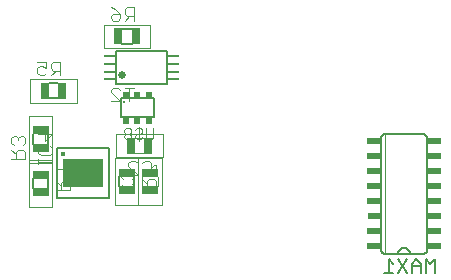
<source format=gbo>
G75*
%MOIN*%
%OFA0B0*%
%FSLAX25Y25*%
%IPPOS*%
%LPD*%
%AMOC8*
5,1,8,0,0,1.08239X$1,22.5*
%
%ADD10C,0.00600*%
%ADD11C,0.00200*%
%ADD12C,0.00500*%
%ADD13R,0.04500X0.02000*%
%ADD14R,0.13386X0.09449*%
%ADD15C,0.01761*%
%ADD16C,0.00400*%
%ADD17C,0.00800*%
%ADD18C,0.02559*%
%ADD19R,0.03937X0.00984*%
%ADD20R,0.05512X0.02559*%
%ADD21R,0.02559X0.05512*%
%ADD22C,0.00787*%
%ADD23R,0.01969X0.02362*%
%ADD24R,0.02953X0.05709*%
%ADD25R,0.05709X0.02953*%
D10*
X0241398Y0085099D02*
X0241398Y0122099D01*
X0241400Y0122175D01*
X0241406Y0122251D01*
X0241415Y0122326D01*
X0241429Y0122401D01*
X0241446Y0122475D01*
X0241467Y0122548D01*
X0241491Y0122620D01*
X0241520Y0122691D01*
X0241551Y0122760D01*
X0241586Y0122827D01*
X0241625Y0122892D01*
X0241667Y0122956D01*
X0241712Y0123017D01*
X0241760Y0123076D01*
X0241811Y0123132D01*
X0241865Y0123186D01*
X0241921Y0123237D01*
X0241980Y0123285D01*
X0242041Y0123330D01*
X0242105Y0123372D01*
X0242170Y0123411D01*
X0242237Y0123446D01*
X0242306Y0123477D01*
X0242377Y0123506D01*
X0242449Y0123530D01*
X0242522Y0123551D01*
X0242596Y0123568D01*
X0242671Y0123582D01*
X0242746Y0123591D01*
X0242822Y0123597D01*
X0242898Y0123599D01*
X0255298Y0123599D01*
X0255374Y0123597D01*
X0255450Y0123591D01*
X0255525Y0123582D01*
X0255600Y0123568D01*
X0255674Y0123551D01*
X0255747Y0123530D01*
X0255819Y0123506D01*
X0255890Y0123477D01*
X0255959Y0123446D01*
X0256026Y0123411D01*
X0256091Y0123372D01*
X0256155Y0123330D01*
X0256216Y0123285D01*
X0256275Y0123237D01*
X0256331Y0123186D01*
X0256385Y0123132D01*
X0256436Y0123076D01*
X0256484Y0123017D01*
X0256529Y0122956D01*
X0256571Y0122892D01*
X0256610Y0122827D01*
X0256645Y0122760D01*
X0256676Y0122691D01*
X0256705Y0122620D01*
X0256729Y0122548D01*
X0256750Y0122475D01*
X0256767Y0122401D01*
X0256781Y0122326D01*
X0256790Y0122251D01*
X0256796Y0122175D01*
X0256798Y0122099D01*
X0256798Y0085099D01*
X0256796Y0085023D01*
X0256790Y0084947D01*
X0256781Y0084872D01*
X0256767Y0084797D01*
X0256750Y0084723D01*
X0256729Y0084650D01*
X0256705Y0084578D01*
X0256676Y0084507D01*
X0256645Y0084438D01*
X0256610Y0084371D01*
X0256571Y0084306D01*
X0256529Y0084242D01*
X0256484Y0084181D01*
X0256436Y0084122D01*
X0256385Y0084066D01*
X0256331Y0084012D01*
X0256275Y0083961D01*
X0256216Y0083913D01*
X0256155Y0083868D01*
X0256091Y0083826D01*
X0256026Y0083787D01*
X0255959Y0083752D01*
X0255890Y0083721D01*
X0255819Y0083692D01*
X0255747Y0083668D01*
X0255674Y0083647D01*
X0255600Y0083630D01*
X0255525Y0083616D01*
X0255450Y0083607D01*
X0255374Y0083601D01*
X0255298Y0083599D01*
X0251098Y0083599D01*
X0247098Y0083599D01*
X0242898Y0083599D01*
X0242822Y0083601D01*
X0242746Y0083607D01*
X0242671Y0083616D01*
X0242596Y0083630D01*
X0242522Y0083647D01*
X0242449Y0083668D01*
X0242377Y0083692D01*
X0242306Y0083721D01*
X0242237Y0083752D01*
X0242170Y0083787D01*
X0242105Y0083826D01*
X0242041Y0083868D01*
X0241980Y0083913D01*
X0241921Y0083961D01*
X0241865Y0084012D01*
X0241811Y0084066D01*
X0241760Y0084122D01*
X0241712Y0084181D01*
X0241667Y0084242D01*
X0241625Y0084306D01*
X0241586Y0084371D01*
X0241551Y0084438D01*
X0241520Y0084507D01*
X0241491Y0084578D01*
X0241467Y0084650D01*
X0241446Y0084723D01*
X0241429Y0084797D01*
X0241415Y0084872D01*
X0241406Y0084947D01*
X0241400Y0085023D01*
X0241398Y0085099D01*
X0247098Y0083599D02*
X0247100Y0083687D01*
X0247106Y0083776D01*
X0247116Y0083864D01*
X0247129Y0083951D01*
X0247147Y0084038D01*
X0247168Y0084124D01*
X0247193Y0084209D01*
X0247222Y0084292D01*
X0247255Y0084375D01*
X0247291Y0084455D01*
X0247330Y0084534D01*
X0247373Y0084612D01*
X0247420Y0084687D01*
X0247470Y0084760D01*
X0247523Y0084831D01*
X0247579Y0084900D01*
X0247638Y0084966D01*
X0247700Y0085029D01*
X0247764Y0085089D01*
X0247831Y0085147D01*
X0247901Y0085201D01*
X0247973Y0085253D01*
X0248047Y0085301D01*
X0248124Y0085346D01*
X0248202Y0085387D01*
X0248282Y0085425D01*
X0248363Y0085459D01*
X0248446Y0085490D01*
X0248531Y0085517D01*
X0248616Y0085540D01*
X0248702Y0085559D01*
X0248790Y0085575D01*
X0248877Y0085587D01*
X0248965Y0085595D01*
X0249054Y0085599D01*
X0249142Y0085599D01*
X0249231Y0085595D01*
X0249319Y0085587D01*
X0249406Y0085575D01*
X0249494Y0085559D01*
X0249580Y0085540D01*
X0249665Y0085517D01*
X0249750Y0085490D01*
X0249833Y0085459D01*
X0249914Y0085425D01*
X0249994Y0085387D01*
X0250072Y0085346D01*
X0250149Y0085301D01*
X0250223Y0085253D01*
X0250295Y0085201D01*
X0250365Y0085147D01*
X0250432Y0085089D01*
X0250496Y0085029D01*
X0250558Y0084966D01*
X0250617Y0084900D01*
X0250673Y0084831D01*
X0250726Y0084760D01*
X0250776Y0084687D01*
X0250823Y0084612D01*
X0250866Y0084534D01*
X0250905Y0084455D01*
X0250941Y0084375D01*
X0250974Y0084292D01*
X0251003Y0084209D01*
X0251028Y0084124D01*
X0251049Y0084038D01*
X0251067Y0083951D01*
X0251080Y0083864D01*
X0251090Y0083776D01*
X0251096Y0083687D01*
X0251098Y0083599D01*
X0159198Y0106185D02*
X0159198Y0109413D01*
X0154198Y0109413D02*
X0154198Y0106185D01*
X0130498Y0105485D02*
X0130498Y0108713D01*
X0125498Y0108713D02*
X0125498Y0105485D01*
X0125498Y0120185D02*
X0125498Y0123413D01*
X0130498Y0123413D02*
X0130498Y0120185D01*
X0154596Y0129224D02*
X0165797Y0129224D01*
X0165797Y0135374D01*
X0154596Y0135374D01*
X0154596Y0129224D01*
X0133812Y0135399D02*
X0130584Y0135399D01*
X0130584Y0140399D02*
X0133812Y0140399D01*
X0155084Y0153599D02*
X0158312Y0153599D01*
X0158312Y0158599D02*
X0155084Y0158599D01*
D11*
X0148931Y0159969D02*
X0148931Y0152229D01*
X0164466Y0152229D01*
X0164466Y0159969D01*
X0148931Y0159969D01*
X0139966Y0141769D02*
X0124431Y0141769D01*
X0124431Y0134029D01*
X0139966Y0134029D01*
X0139966Y0141769D01*
X0131868Y0129567D02*
X0124128Y0129567D01*
X0124128Y0114031D01*
X0131868Y0114031D01*
X0131868Y0129567D01*
X0153131Y0123569D02*
X0153131Y0115829D01*
X0168666Y0115829D01*
X0168666Y0123569D01*
X0153131Y0123569D01*
X0152828Y0115567D02*
X0152828Y0100031D01*
X0160568Y0100031D01*
X0160568Y0115567D01*
X0152828Y0115567D01*
X0160528Y0115567D02*
X0168268Y0115567D01*
X0168268Y0100031D01*
X0160528Y0100031D01*
X0160528Y0115567D01*
X0131868Y0114867D02*
X0124128Y0114867D01*
X0124128Y0099331D01*
X0131868Y0099331D01*
X0131868Y0114867D01*
X0242798Y0123599D02*
X0242798Y0083599D01*
D12*
X0243951Y0081853D02*
X0243951Y0077349D01*
X0245452Y0077349D02*
X0242450Y0077349D01*
X0247054Y0077349D02*
X0250056Y0081853D01*
X0251658Y0080352D02*
X0251658Y0077349D01*
X0250056Y0077349D02*
X0247054Y0081853D01*
X0245452Y0080352D02*
X0243951Y0081853D01*
X0251658Y0080352D02*
X0253159Y0081853D01*
X0254660Y0080352D01*
X0254660Y0077349D01*
X0256261Y0077349D02*
X0256261Y0081853D01*
X0257763Y0080352D01*
X0259264Y0081853D01*
X0259264Y0077349D01*
X0254660Y0079601D02*
X0251658Y0079601D01*
X0150660Y0102331D02*
X0133337Y0102331D01*
X0133337Y0118867D01*
X0150660Y0118867D01*
X0150660Y0102331D01*
D13*
X0239148Y0086099D03*
X0239148Y0091099D03*
X0239248Y0096099D03*
X0239148Y0101099D03*
X0239148Y0106099D03*
X0239148Y0111099D03*
X0239148Y0116099D03*
X0239148Y0121099D03*
X0259048Y0121099D03*
X0259048Y0116099D03*
X0259048Y0111099D03*
X0259048Y0106099D03*
X0259048Y0101099D03*
X0259048Y0096099D03*
X0259048Y0091099D03*
X0259048Y0086099D03*
D14*
X0141998Y0110599D03*
D15*
X0135305Y0116898D03*
D16*
X0131802Y0117359D02*
X0131035Y0116591D01*
X0127966Y0116591D01*
X0127198Y0117359D01*
X0127198Y0118893D01*
X0127966Y0119661D01*
X0129500Y0121195D02*
X0131802Y0123497D01*
X0127198Y0123497D01*
X0129500Y0124265D02*
X0129500Y0121195D01*
X0131035Y0119661D02*
X0131802Y0118893D01*
X0131802Y0117359D01*
X0122802Y0117593D02*
X0122802Y0115291D01*
X0118198Y0115291D01*
X0119733Y0115291D02*
X0119733Y0117593D01*
X0120500Y0118361D01*
X0122035Y0118361D01*
X0122802Y0117593D01*
X0122035Y0119895D02*
X0122802Y0120663D01*
X0122802Y0122197D01*
X0122035Y0122965D01*
X0121268Y0122965D01*
X0120500Y0122197D01*
X0119733Y0122965D01*
X0118966Y0122965D01*
X0118198Y0122197D01*
X0118198Y0120663D01*
X0118966Y0119895D01*
X0118198Y0118361D02*
X0119733Y0116826D01*
X0127198Y0115057D02*
X0127198Y0113522D01*
X0127198Y0114289D02*
X0131802Y0114289D01*
X0131802Y0113522D02*
X0131802Y0115057D01*
X0133198Y0111705D02*
X0137802Y0111705D01*
X0135500Y0109403D01*
X0135500Y0112472D01*
X0135500Y0107868D02*
X0134733Y0107101D01*
X0134733Y0104799D01*
X0133198Y0104799D02*
X0137802Y0104799D01*
X0137802Y0107101D01*
X0137035Y0107868D01*
X0135500Y0107868D01*
X0134733Y0106334D02*
X0133198Y0107868D01*
X0154598Y0109163D02*
X0155366Y0108395D01*
X0154598Y0109163D02*
X0154598Y0110697D01*
X0155366Y0111465D01*
X0156133Y0111465D01*
X0156900Y0110697D01*
X0156900Y0109930D01*
X0157233Y0109899D02*
X0160302Y0109899D01*
X0157233Y0112968D01*
X0157233Y0113736D01*
X0158000Y0114503D01*
X0159535Y0114503D01*
X0160302Y0113736D01*
X0161837Y0113736D02*
X0162604Y0114503D01*
X0164139Y0114503D01*
X0164906Y0113736D01*
X0164906Y0110667D01*
X0164139Y0109899D01*
X0162604Y0109899D01*
X0161837Y0110667D01*
X0161898Y0110103D02*
X0162666Y0110103D01*
X0165735Y0113172D01*
X0166502Y0113172D01*
X0166502Y0110103D01*
X0166997Y0109201D02*
X0166997Y0106299D01*
X0166502Y0105499D02*
X0166502Y0107801D01*
X0165735Y0108568D01*
X0164200Y0108568D01*
X0163433Y0107801D01*
X0163433Y0105499D01*
X0161898Y0105499D02*
X0166502Y0105499D01*
X0163433Y0107034D02*
X0161898Y0108568D01*
X0161800Y0109299D02*
X0161800Y0106299D01*
X0159202Y0106093D02*
X0159202Y0104559D01*
X0158435Y0103791D01*
X0155366Y0103791D01*
X0154598Y0104559D01*
X0154598Y0106093D01*
X0155366Y0106861D01*
X0158435Y0106861D02*
X0159202Y0106093D01*
X0158435Y0108395D02*
X0159202Y0109163D01*
X0159202Y0110697D01*
X0158435Y0111465D01*
X0157668Y0111465D01*
X0156900Y0110697D01*
X0159398Y0117101D02*
X0162398Y0117101D01*
X0160664Y0121198D02*
X0160664Y0126002D01*
X0161264Y0125402D02*
X0160063Y0125402D01*
X0159463Y0124801D01*
X0158181Y0124801D02*
X0158181Y0124200D01*
X0157581Y0123600D01*
X0156380Y0123600D01*
X0155779Y0122999D01*
X0155779Y0122399D01*
X0156380Y0121798D01*
X0157581Y0121798D01*
X0158181Y0122399D01*
X0158181Y0122999D01*
X0157581Y0123600D01*
X0156380Y0123600D02*
X0155779Y0124200D01*
X0155779Y0124801D01*
X0156380Y0125402D01*
X0157581Y0125402D01*
X0158181Y0124801D01*
X0159463Y0122999D02*
X0160063Y0123600D01*
X0161264Y0123600D01*
X0161865Y0124200D01*
X0161865Y0124801D01*
X0161264Y0125402D01*
X0163146Y0125402D02*
X0163146Y0122399D01*
X0163746Y0121798D01*
X0164947Y0121798D01*
X0165548Y0122399D01*
X0165548Y0125402D01*
X0162398Y0122298D02*
X0159497Y0122298D01*
X0159463Y0122399D02*
X0159463Y0122999D01*
X0159463Y0122399D02*
X0160063Y0121798D01*
X0161264Y0121798D01*
X0161865Y0122399D01*
X0157556Y0134402D02*
X0157556Y0139005D01*
X0159090Y0139005D02*
X0156021Y0139005D01*
X0154486Y0138238D02*
X0153719Y0139005D01*
X0152185Y0139005D01*
X0151417Y0138238D01*
X0151417Y0137471D01*
X0154486Y0134402D01*
X0151417Y0134402D01*
X0134498Y0143099D02*
X0134498Y0147703D01*
X0132196Y0147703D01*
X0131429Y0146936D01*
X0131429Y0145401D01*
X0132196Y0144634D01*
X0134498Y0144634D01*
X0132964Y0144634D02*
X0131429Y0143099D01*
X0129894Y0143867D02*
X0129127Y0143099D01*
X0127592Y0143099D01*
X0126825Y0143867D01*
X0126825Y0145401D01*
X0127592Y0146168D01*
X0128360Y0146168D01*
X0129894Y0145401D01*
X0129894Y0147703D01*
X0126825Y0147703D01*
X0151325Y0162067D02*
X0151325Y0162834D01*
X0152092Y0163601D01*
X0154394Y0163601D01*
X0154394Y0162067D01*
X0153627Y0161299D01*
X0152092Y0161299D01*
X0151325Y0162067D01*
X0152860Y0165136D02*
X0154394Y0163601D01*
X0155929Y0163601D02*
X0156696Y0162834D01*
X0158998Y0162834D01*
X0157464Y0162834D02*
X0155929Y0161299D01*
X0155929Y0163601D02*
X0155929Y0165136D01*
X0156696Y0165903D01*
X0158998Y0165903D01*
X0158998Y0161299D01*
X0152860Y0165136D02*
X0151325Y0165903D01*
X0120500Y0122197D02*
X0120500Y0121430D01*
D17*
X0153134Y0140087D02*
X0153134Y0151111D01*
X0170063Y0151111D01*
X0170063Y0140087D01*
X0153134Y0140087D01*
D18*
X0155201Y0143040D03*
D19*
X0150968Y0141761D03*
X0150968Y0144320D03*
X0150968Y0146879D03*
X0150968Y0149438D03*
X0172228Y0149438D03*
X0172228Y0146879D03*
X0172228Y0144320D03*
X0172228Y0141761D03*
D20*
X0127992Y0124720D03*
X0127992Y0118920D03*
X0128004Y0109979D03*
X0128004Y0104179D03*
X0156704Y0104879D03*
X0156704Y0110679D03*
D21*
X0135119Y0137905D03*
X0129319Y0137905D03*
X0153819Y0156105D03*
X0159619Y0156105D03*
D22*
X0155671Y0134268D03*
D23*
X0156458Y0136630D03*
X0160198Y0136630D03*
X0163938Y0136630D03*
X0163938Y0127969D03*
X0160198Y0127969D03*
X0156458Y0127969D03*
D24*
X0158075Y0119695D03*
X0163775Y0119695D03*
D25*
X0164394Y0110623D03*
X0164394Y0104923D03*
M02*

</source>
